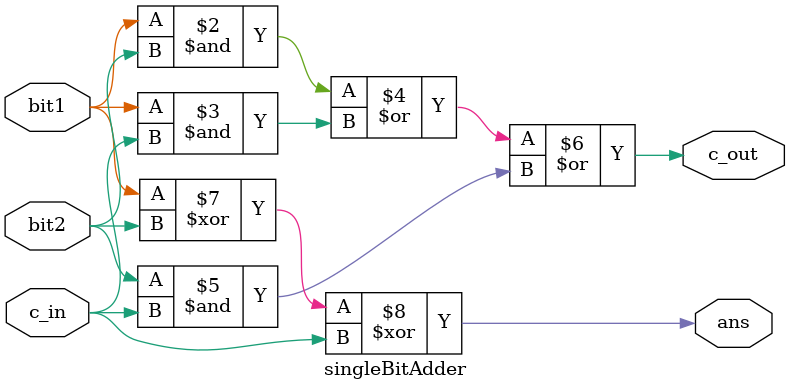
<source format=v>
/*
    PereraALHE
    E16275
    lab5 part 1
    Adder module
*/

module adder(op1, op2, ans);
    //inputs will be 8bit op1 and op2 then ans will be the output 8bit wire
    input  [7:0] op1, op2;
    output [7:0] ans;
    wire  [7:0] c;

    //add each single pair of binary with carry and pass the carry forward bits
    singleBitAdder sb0(op1[0], op2[0], 1'b0, c[0], ans[0]);
    singleBitAdder sb1(op1[1], op2[1], c[0], c[1], ans[1]);
    singleBitAdder sb2(op1[2], op2[2], c[1], c[2], ans[2]);
    singleBitAdder sb3(op1[3], op2[3], c[2], c[3], ans[3]);
    singleBitAdder sb4(op1[4], op2[4], c[3], c[4], ans[4]);
    singleBitAdder sb5(op1[5], op2[5], c[4], c[5], ans[5]);
    singleBitAdder sb6(op1[6], op2[6], c[5], c[6], ans[6]);
    singleBitAdder sb7(op1[7], op2[7], c[6], c[7], ans[7]);
    //also overflow bit can be used for future

endmodule

//-------------------------------------------------------------------------------
//singleBitAdder module

module singleBitAdder(bit1, bit2, c_in, c_out, ans);
    input bit1, bit2, c_in;
    output c_out, ans;
    reg c_out, ans;

    always @ (bit1, bit2, c_in)
    begin

        // considered the addition operation  for 3 bits once
        //carry and ans got using two logical operation sets 
        c_out = (bit1 & bit2) | (bit1 & c_in) | (bit2 & c_in);
        ans = bit1 ^ bit2 ^ c_in;
    end
endmodule
</source>
